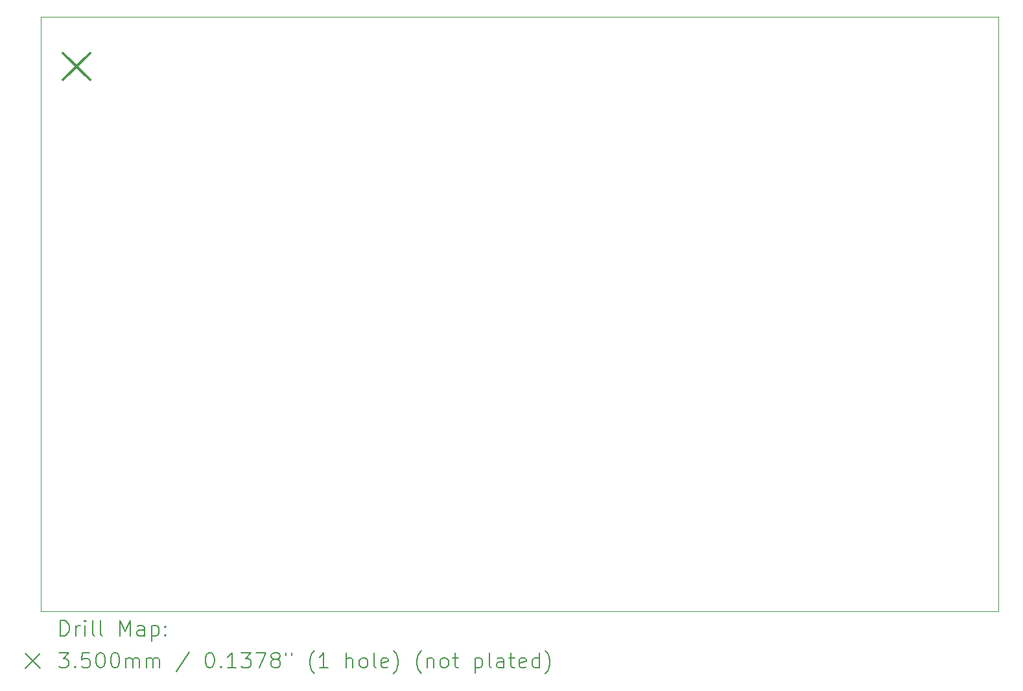
<source format=gbr>
%TF.GenerationSoftware,KiCad,Pcbnew,7.0.5*%
%TF.CreationDate,2023-07-03T18:55:41+02:00*%
%TF.ProjectId,Processor_Board,50726f63-6573-4736-9f72-5f426f617264,rev?*%
%TF.SameCoordinates,Original*%
%TF.FileFunction,Drillmap*%
%TF.FilePolarity,Positive*%
%FSLAX45Y45*%
G04 Gerber Fmt 4.5, Leading zero omitted, Abs format (unit mm)*
G04 Created by KiCad (PCBNEW 7.0.5) date 2023-07-03 18:55:41*
%MOMM*%
%LPD*%
G01*
G04 APERTURE LIST*
%ADD10C,0.100000*%
%ADD11C,0.200000*%
%ADD12C,0.350000*%
G04 APERTURE END LIST*
D10*
X2992000Y-3803800D02*
X15500000Y-3803800D01*
X15500000Y-11570800D01*
X2992000Y-11570800D01*
X2992000Y-3803800D01*
D11*
D12*
X3282000Y-4275000D02*
X3632000Y-4625000D01*
X3632000Y-4275000D02*
X3282000Y-4625000D01*
D11*
X3247777Y-11887284D02*
X3247777Y-11687284D01*
X3247777Y-11687284D02*
X3295396Y-11687284D01*
X3295396Y-11687284D02*
X3323967Y-11696808D01*
X3323967Y-11696808D02*
X3343015Y-11715855D01*
X3343015Y-11715855D02*
X3352539Y-11734903D01*
X3352539Y-11734903D02*
X3362062Y-11772998D01*
X3362062Y-11772998D02*
X3362062Y-11801569D01*
X3362062Y-11801569D02*
X3352539Y-11839665D01*
X3352539Y-11839665D02*
X3343015Y-11858712D01*
X3343015Y-11858712D02*
X3323967Y-11877760D01*
X3323967Y-11877760D02*
X3295396Y-11887284D01*
X3295396Y-11887284D02*
X3247777Y-11887284D01*
X3447777Y-11887284D02*
X3447777Y-11753950D01*
X3447777Y-11792046D02*
X3457301Y-11772998D01*
X3457301Y-11772998D02*
X3466824Y-11763474D01*
X3466824Y-11763474D02*
X3485872Y-11753950D01*
X3485872Y-11753950D02*
X3504920Y-11753950D01*
X3571586Y-11887284D02*
X3571586Y-11753950D01*
X3571586Y-11687284D02*
X3562062Y-11696808D01*
X3562062Y-11696808D02*
X3571586Y-11706331D01*
X3571586Y-11706331D02*
X3581110Y-11696808D01*
X3581110Y-11696808D02*
X3571586Y-11687284D01*
X3571586Y-11687284D02*
X3571586Y-11706331D01*
X3695396Y-11887284D02*
X3676348Y-11877760D01*
X3676348Y-11877760D02*
X3666824Y-11858712D01*
X3666824Y-11858712D02*
X3666824Y-11687284D01*
X3800158Y-11887284D02*
X3781110Y-11877760D01*
X3781110Y-11877760D02*
X3771586Y-11858712D01*
X3771586Y-11858712D02*
X3771586Y-11687284D01*
X4028729Y-11887284D02*
X4028729Y-11687284D01*
X4028729Y-11687284D02*
X4095396Y-11830141D01*
X4095396Y-11830141D02*
X4162062Y-11687284D01*
X4162062Y-11687284D02*
X4162062Y-11887284D01*
X4343015Y-11887284D02*
X4343015Y-11782522D01*
X4343015Y-11782522D02*
X4333491Y-11763474D01*
X4333491Y-11763474D02*
X4314444Y-11753950D01*
X4314444Y-11753950D02*
X4276348Y-11753950D01*
X4276348Y-11753950D02*
X4257301Y-11763474D01*
X4343015Y-11877760D02*
X4323967Y-11887284D01*
X4323967Y-11887284D02*
X4276348Y-11887284D01*
X4276348Y-11887284D02*
X4257301Y-11877760D01*
X4257301Y-11877760D02*
X4247777Y-11858712D01*
X4247777Y-11858712D02*
X4247777Y-11839665D01*
X4247777Y-11839665D02*
X4257301Y-11820617D01*
X4257301Y-11820617D02*
X4276348Y-11811093D01*
X4276348Y-11811093D02*
X4323967Y-11811093D01*
X4323967Y-11811093D02*
X4343015Y-11801569D01*
X4438253Y-11753950D02*
X4438253Y-11953950D01*
X4438253Y-11763474D02*
X4457301Y-11753950D01*
X4457301Y-11753950D02*
X4495396Y-11753950D01*
X4495396Y-11753950D02*
X4514444Y-11763474D01*
X4514444Y-11763474D02*
X4523967Y-11772998D01*
X4523967Y-11772998D02*
X4533491Y-11792046D01*
X4533491Y-11792046D02*
X4533491Y-11849188D01*
X4533491Y-11849188D02*
X4523967Y-11868236D01*
X4523967Y-11868236D02*
X4514444Y-11877760D01*
X4514444Y-11877760D02*
X4495396Y-11887284D01*
X4495396Y-11887284D02*
X4457301Y-11887284D01*
X4457301Y-11887284D02*
X4438253Y-11877760D01*
X4619205Y-11868236D02*
X4628729Y-11877760D01*
X4628729Y-11877760D02*
X4619205Y-11887284D01*
X4619205Y-11887284D02*
X4609682Y-11877760D01*
X4609682Y-11877760D02*
X4619205Y-11868236D01*
X4619205Y-11868236D02*
X4619205Y-11887284D01*
X4619205Y-11763474D02*
X4628729Y-11772998D01*
X4628729Y-11772998D02*
X4619205Y-11782522D01*
X4619205Y-11782522D02*
X4609682Y-11772998D01*
X4609682Y-11772998D02*
X4619205Y-11763474D01*
X4619205Y-11763474D02*
X4619205Y-11782522D01*
X2787000Y-12115800D02*
X2987000Y-12315800D01*
X2987000Y-12115800D02*
X2787000Y-12315800D01*
X3228729Y-12107284D02*
X3352539Y-12107284D01*
X3352539Y-12107284D02*
X3285872Y-12183474D01*
X3285872Y-12183474D02*
X3314443Y-12183474D01*
X3314443Y-12183474D02*
X3333491Y-12192998D01*
X3333491Y-12192998D02*
X3343015Y-12202522D01*
X3343015Y-12202522D02*
X3352539Y-12221569D01*
X3352539Y-12221569D02*
X3352539Y-12269188D01*
X3352539Y-12269188D02*
X3343015Y-12288236D01*
X3343015Y-12288236D02*
X3333491Y-12297760D01*
X3333491Y-12297760D02*
X3314443Y-12307284D01*
X3314443Y-12307284D02*
X3257301Y-12307284D01*
X3257301Y-12307284D02*
X3238253Y-12297760D01*
X3238253Y-12297760D02*
X3228729Y-12288236D01*
X3438253Y-12288236D02*
X3447777Y-12297760D01*
X3447777Y-12297760D02*
X3438253Y-12307284D01*
X3438253Y-12307284D02*
X3428729Y-12297760D01*
X3428729Y-12297760D02*
X3438253Y-12288236D01*
X3438253Y-12288236D02*
X3438253Y-12307284D01*
X3628729Y-12107284D02*
X3533491Y-12107284D01*
X3533491Y-12107284D02*
X3523967Y-12202522D01*
X3523967Y-12202522D02*
X3533491Y-12192998D01*
X3533491Y-12192998D02*
X3552539Y-12183474D01*
X3552539Y-12183474D02*
X3600158Y-12183474D01*
X3600158Y-12183474D02*
X3619205Y-12192998D01*
X3619205Y-12192998D02*
X3628729Y-12202522D01*
X3628729Y-12202522D02*
X3638253Y-12221569D01*
X3638253Y-12221569D02*
X3638253Y-12269188D01*
X3638253Y-12269188D02*
X3628729Y-12288236D01*
X3628729Y-12288236D02*
X3619205Y-12297760D01*
X3619205Y-12297760D02*
X3600158Y-12307284D01*
X3600158Y-12307284D02*
X3552539Y-12307284D01*
X3552539Y-12307284D02*
X3533491Y-12297760D01*
X3533491Y-12297760D02*
X3523967Y-12288236D01*
X3762062Y-12107284D02*
X3781110Y-12107284D01*
X3781110Y-12107284D02*
X3800158Y-12116808D01*
X3800158Y-12116808D02*
X3809682Y-12126331D01*
X3809682Y-12126331D02*
X3819205Y-12145379D01*
X3819205Y-12145379D02*
X3828729Y-12183474D01*
X3828729Y-12183474D02*
X3828729Y-12231093D01*
X3828729Y-12231093D02*
X3819205Y-12269188D01*
X3819205Y-12269188D02*
X3809682Y-12288236D01*
X3809682Y-12288236D02*
X3800158Y-12297760D01*
X3800158Y-12297760D02*
X3781110Y-12307284D01*
X3781110Y-12307284D02*
X3762062Y-12307284D01*
X3762062Y-12307284D02*
X3743015Y-12297760D01*
X3743015Y-12297760D02*
X3733491Y-12288236D01*
X3733491Y-12288236D02*
X3723967Y-12269188D01*
X3723967Y-12269188D02*
X3714443Y-12231093D01*
X3714443Y-12231093D02*
X3714443Y-12183474D01*
X3714443Y-12183474D02*
X3723967Y-12145379D01*
X3723967Y-12145379D02*
X3733491Y-12126331D01*
X3733491Y-12126331D02*
X3743015Y-12116808D01*
X3743015Y-12116808D02*
X3762062Y-12107284D01*
X3952539Y-12107284D02*
X3971586Y-12107284D01*
X3971586Y-12107284D02*
X3990634Y-12116808D01*
X3990634Y-12116808D02*
X4000158Y-12126331D01*
X4000158Y-12126331D02*
X4009682Y-12145379D01*
X4009682Y-12145379D02*
X4019205Y-12183474D01*
X4019205Y-12183474D02*
X4019205Y-12231093D01*
X4019205Y-12231093D02*
X4009682Y-12269188D01*
X4009682Y-12269188D02*
X4000158Y-12288236D01*
X4000158Y-12288236D02*
X3990634Y-12297760D01*
X3990634Y-12297760D02*
X3971586Y-12307284D01*
X3971586Y-12307284D02*
X3952539Y-12307284D01*
X3952539Y-12307284D02*
X3933491Y-12297760D01*
X3933491Y-12297760D02*
X3923967Y-12288236D01*
X3923967Y-12288236D02*
X3914443Y-12269188D01*
X3914443Y-12269188D02*
X3904920Y-12231093D01*
X3904920Y-12231093D02*
X3904920Y-12183474D01*
X3904920Y-12183474D02*
X3914443Y-12145379D01*
X3914443Y-12145379D02*
X3923967Y-12126331D01*
X3923967Y-12126331D02*
X3933491Y-12116808D01*
X3933491Y-12116808D02*
X3952539Y-12107284D01*
X4104920Y-12307284D02*
X4104920Y-12173950D01*
X4104920Y-12192998D02*
X4114443Y-12183474D01*
X4114443Y-12183474D02*
X4133491Y-12173950D01*
X4133491Y-12173950D02*
X4162063Y-12173950D01*
X4162063Y-12173950D02*
X4181110Y-12183474D01*
X4181110Y-12183474D02*
X4190634Y-12202522D01*
X4190634Y-12202522D02*
X4190634Y-12307284D01*
X4190634Y-12202522D02*
X4200158Y-12183474D01*
X4200158Y-12183474D02*
X4219205Y-12173950D01*
X4219205Y-12173950D02*
X4247777Y-12173950D01*
X4247777Y-12173950D02*
X4266825Y-12183474D01*
X4266825Y-12183474D02*
X4276348Y-12202522D01*
X4276348Y-12202522D02*
X4276348Y-12307284D01*
X4371586Y-12307284D02*
X4371586Y-12173950D01*
X4371586Y-12192998D02*
X4381110Y-12183474D01*
X4381110Y-12183474D02*
X4400158Y-12173950D01*
X4400158Y-12173950D02*
X4428729Y-12173950D01*
X4428729Y-12173950D02*
X4447777Y-12183474D01*
X4447777Y-12183474D02*
X4457301Y-12202522D01*
X4457301Y-12202522D02*
X4457301Y-12307284D01*
X4457301Y-12202522D02*
X4466825Y-12183474D01*
X4466825Y-12183474D02*
X4485872Y-12173950D01*
X4485872Y-12173950D02*
X4514444Y-12173950D01*
X4514444Y-12173950D02*
X4533491Y-12183474D01*
X4533491Y-12183474D02*
X4543015Y-12202522D01*
X4543015Y-12202522D02*
X4543015Y-12307284D01*
X4933491Y-12097760D02*
X4762063Y-12354903D01*
X5190634Y-12107284D02*
X5209682Y-12107284D01*
X5209682Y-12107284D02*
X5228729Y-12116808D01*
X5228729Y-12116808D02*
X5238253Y-12126331D01*
X5238253Y-12126331D02*
X5247777Y-12145379D01*
X5247777Y-12145379D02*
X5257301Y-12183474D01*
X5257301Y-12183474D02*
X5257301Y-12231093D01*
X5257301Y-12231093D02*
X5247777Y-12269188D01*
X5247777Y-12269188D02*
X5238253Y-12288236D01*
X5238253Y-12288236D02*
X5228729Y-12297760D01*
X5228729Y-12297760D02*
X5209682Y-12307284D01*
X5209682Y-12307284D02*
X5190634Y-12307284D01*
X5190634Y-12307284D02*
X5171587Y-12297760D01*
X5171587Y-12297760D02*
X5162063Y-12288236D01*
X5162063Y-12288236D02*
X5152539Y-12269188D01*
X5152539Y-12269188D02*
X5143015Y-12231093D01*
X5143015Y-12231093D02*
X5143015Y-12183474D01*
X5143015Y-12183474D02*
X5152539Y-12145379D01*
X5152539Y-12145379D02*
X5162063Y-12126331D01*
X5162063Y-12126331D02*
X5171587Y-12116808D01*
X5171587Y-12116808D02*
X5190634Y-12107284D01*
X5343015Y-12288236D02*
X5352539Y-12297760D01*
X5352539Y-12297760D02*
X5343015Y-12307284D01*
X5343015Y-12307284D02*
X5333491Y-12297760D01*
X5333491Y-12297760D02*
X5343015Y-12288236D01*
X5343015Y-12288236D02*
X5343015Y-12307284D01*
X5543015Y-12307284D02*
X5428729Y-12307284D01*
X5485872Y-12307284D02*
X5485872Y-12107284D01*
X5485872Y-12107284D02*
X5466825Y-12135855D01*
X5466825Y-12135855D02*
X5447777Y-12154903D01*
X5447777Y-12154903D02*
X5428729Y-12164427D01*
X5609682Y-12107284D02*
X5733491Y-12107284D01*
X5733491Y-12107284D02*
X5666825Y-12183474D01*
X5666825Y-12183474D02*
X5695396Y-12183474D01*
X5695396Y-12183474D02*
X5714444Y-12192998D01*
X5714444Y-12192998D02*
X5723967Y-12202522D01*
X5723967Y-12202522D02*
X5733491Y-12221569D01*
X5733491Y-12221569D02*
X5733491Y-12269188D01*
X5733491Y-12269188D02*
X5723967Y-12288236D01*
X5723967Y-12288236D02*
X5714444Y-12297760D01*
X5714444Y-12297760D02*
X5695396Y-12307284D01*
X5695396Y-12307284D02*
X5638253Y-12307284D01*
X5638253Y-12307284D02*
X5619206Y-12297760D01*
X5619206Y-12297760D02*
X5609682Y-12288236D01*
X5800158Y-12107284D02*
X5933491Y-12107284D01*
X5933491Y-12107284D02*
X5847777Y-12307284D01*
X6038253Y-12192998D02*
X6019206Y-12183474D01*
X6019206Y-12183474D02*
X6009682Y-12173950D01*
X6009682Y-12173950D02*
X6000158Y-12154903D01*
X6000158Y-12154903D02*
X6000158Y-12145379D01*
X6000158Y-12145379D02*
X6009682Y-12126331D01*
X6009682Y-12126331D02*
X6019206Y-12116808D01*
X6019206Y-12116808D02*
X6038253Y-12107284D01*
X6038253Y-12107284D02*
X6076348Y-12107284D01*
X6076348Y-12107284D02*
X6095396Y-12116808D01*
X6095396Y-12116808D02*
X6104920Y-12126331D01*
X6104920Y-12126331D02*
X6114444Y-12145379D01*
X6114444Y-12145379D02*
X6114444Y-12154903D01*
X6114444Y-12154903D02*
X6104920Y-12173950D01*
X6104920Y-12173950D02*
X6095396Y-12183474D01*
X6095396Y-12183474D02*
X6076348Y-12192998D01*
X6076348Y-12192998D02*
X6038253Y-12192998D01*
X6038253Y-12192998D02*
X6019206Y-12202522D01*
X6019206Y-12202522D02*
X6009682Y-12212046D01*
X6009682Y-12212046D02*
X6000158Y-12231093D01*
X6000158Y-12231093D02*
X6000158Y-12269188D01*
X6000158Y-12269188D02*
X6009682Y-12288236D01*
X6009682Y-12288236D02*
X6019206Y-12297760D01*
X6019206Y-12297760D02*
X6038253Y-12307284D01*
X6038253Y-12307284D02*
X6076348Y-12307284D01*
X6076348Y-12307284D02*
X6095396Y-12297760D01*
X6095396Y-12297760D02*
X6104920Y-12288236D01*
X6104920Y-12288236D02*
X6114444Y-12269188D01*
X6114444Y-12269188D02*
X6114444Y-12231093D01*
X6114444Y-12231093D02*
X6104920Y-12212046D01*
X6104920Y-12212046D02*
X6095396Y-12202522D01*
X6095396Y-12202522D02*
X6076348Y-12192998D01*
X6190634Y-12107284D02*
X6190634Y-12145379D01*
X6266825Y-12107284D02*
X6266825Y-12145379D01*
X6562063Y-12383474D02*
X6552539Y-12373950D01*
X6552539Y-12373950D02*
X6533491Y-12345379D01*
X6533491Y-12345379D02*
X6523968Y-12326331D01*
X6523968Y-12326331D02*
X6514444Y-12297760D01*
X6514444Y-12297760D02*
X6504920Y-12250141D01*
X6504920Y-12250141D02*
X6504920Y-12212046D01*
X6504920Y-12212046D02*
X6514444Y-12164427D01*
X6514444Y-12164427D02*
X6523968Y-12135855D01*
X6523968Y-12135855D02*
X6533491Y-12116808D01*
X6533491Y-12116808D02*
X6552539Y-12088236D01*
X6552539Y-12088236D02*
X6562063Y-12078712D01*
X6743015Y-12307284D02*
X6628729Y-12307284D01*
X6685872Y-12307284D02*
X6685872Y-12107284D01*
X6685872Y-12107284D02*
X6666825Y-12135855D01*
X6666825Y-12135855D02*
X6647777Y-12154903D01*
X6647777Y-12154903D02*
X6628729Y-12164427D01*
X6981110Y-12307284D02*
X6981110Y-12107284D01*
X7066825Y-12307284D02*
X7066825Y-12202522D01*
X7066825Y-12202522D02*
X7057301Y-12183474D01*
X7057301Y-12183474D02*
X7038253Y-12173950D01*
X7038253Y-12173950D02*
X7009682Y-12173950D01*
X7009682Y-12173950D02*
X6990634Y-12183474D01*
X6990634Y-12183474D02*
X6981110Y-12192998D01*
X7190634Y-12307284D02*
X7171587Y-12297760D01*
X7171587Y-12297760D02*
X7162063Y-12288236D01*
X7162063Y-12288236D02*
X7152539Y-12269188D01*
X7152539Y-12269188D02*
X7152539Y-12212046D01*
X7152539Y-12212046D02*
X7162063Y-12192998D01*
X7162063Y-12192998D02*
X7171587Y-12183474D01*
X7171587Y-12183474D02*
X7190634Y-12173950D01*
X7190634Y-12173950D02*
X7219206Y-12173950D01*
X7219206Y-12173950D02*
X7238253Y-12183474D01*
X7238253Y-12183474D02*
X7247777Y-12192998D01*
X7247777Y-12192998D02*
X7257301Y-12212046D01*
X7257301Y-12212046D02*
X7257301Y-12269188D01*
X7257301Y-12269188D02*
X7247777Y-12288236D01*
X7247777Y-12288236D02*
X7238253Y-12297760D01*
X7238253Y-12297760D02*
X7219206Y-12307284D01*
X7219206Y-12307284D02*
X7190634Y-12307284D01*
X7371587Y-12307284D02*
X7352539Y-12297760D01*
X7352539Y-12297760D02*
X7343015Y-12278712D01*
X7343015Y-12278712D02*
X7343015Y-12107284D01*
X7523968Y-12297760D02*
X7504920Y-12307284D01*
X7504920Y-12307284D02*
X7466825Y-12307284D01*
X7466825Y-12307284D02*
X7447777Y-12297760D01*
X7447777Y-12297760D02*
X7438253Y-12278712D01*
X7438253Y-12278712D02*
X7438253Y-12202522D01*
X7438253Y-12202522D02*
X7447777Y-12183474D01*
X7447777Y-12183474D02*
X7466825Y-12173950D01*
X7466825Y-12173950D02*
X7504920Y-12173950D01*
X7504920Y-12173950D02*
X7523968Y-12183474D01*
X7523968Y-12183474D02*
X7533491Y-12202522D01*
X7533491Y-12202522D02*
X7533491Y-12221569D01*
X7533491Y-12221569D02*
X7438253Y-12240617D01*
X7600158Y-12383474D02*
X7609682Y-12373950D01*
X7609682Y-12373950D02*
X7628730Y-12345379D01*
X7628730Y-12345379D02*
X7638253Y-12326331D01*
X7638253Y-12326331D02*
X7647777Y-12297760D01*
X7647777Y-12297760D02*
X7657301Y-12250141D01*
X7657301Y-12250141D02*
X7657301Y-12212046D01*
X7657301Y-12212046D02*
X7647777Y-12164427D01*
X7647777Y-12164427D02*
X7638253Y-12135855D01*
X7638253Y-12135855D02*
X7628730Y-12116808D01*
X7628730Y-12116808D02*
X7609682Y-12088236D01*
X7609682Y-12088236D02*
X7600158Y-12078712D01*
X7962063Y-12383474D02*
X7952539Y-12373950D01*
X7952539Y-12373950D02*
X7933491Y-12345379D01*
X7933491Y-12345379D02*
X7923968Y-12326331D01*
X7923968Y-12326331D02*
X7914444Y-12297760D01*
X7914444Y-12297760D02*
X7904920Y-12250141D01*
X7904920Y-12250141D02*
X7904920Y-12212046D01*
X7904920Y-12212046D02*
X7914444Y-12164427D01*
X7914444Y-12164427D02*
X7923968Y-12135855D01*
X7923968Y-12135855D02*
X7933491Y-12116808D01*
X7933491Y-12116808D02*
X7952539Y-12088236D01*
X7952539Y-12088236D02*
X7962063Y-12078712D01*
X8038253Y-12173950D02*
X8038253Y-12307284D01*
X8038253Y-12192998D02*
X8047777Y-12183474D01*
X8047777Y-12183474D02*
X8066825Y-12173950D01*
X8066825Y-12173950D02*
X8095396Y-12173950D01*
X8095396Y-12173950D02*
X8114444Y-12183474D01*
X8114444Y-12183474D02*
X8123968Y-12202522D01*
X8123968Y-12202522D02*
X8123968Y-12307284D01*
X8247777Y-12307284D02*
X8228730Y-12297760D01*
X8228730Y-12297760D02*
X8219206Y-12288236D01*
X8219206Y-12288236D02*
X8209682Y-12269188D01*
X8209682Y-12269188D02*
X8209682Y-12212046D01*
X8209682Y-12212046D02*
X8219206Y-12192998D01*
X8219206Y-12192998D02*
X8228730Y-12183474D01*
X8228730Y-12183474D02*
X8247777Y-12173950D01*
X8247777Y-12173950D02*
X8276349Y-12173950D01*
X8276349Y-12173950D02*
X8295396Y-12183474D01*
X8295396Y-12183474D02*
X8304920Y-12192998D01*
X8304920Y-12192998D02*
X8314444Y-12212046D01*
X8314444Y-12212046D02*
X8314444Y-12269188D01*
X8314444Y-12269188D02*
X8304920Y-12288236D01*
X8304920Y-12288236D02*
X8295396Y-12297760D01*
X8295396Y-12297760D02*
X8276349Y-12307284D01*
X8276349Y-12307284D02*
X8247777Y-12307284D01*
X8371587Y-12173950D02*
X8447777Y-12173950D01*
X8400158Y-12107284D02*
X8400158Y-12278712D01*
X8400158Y-12278712D02*
X8409682Y-12297760D01*
X8409682Y-12297760D02*
X8428730Y-12307284D01*
X8428730Y-12307284D02*
X8447777Y-12307284D01*
X8666825Y-12173950D02*
X8666825Y-12373950D01*
X8666825Y-12183474D02*
X8685873Y-12173950D01*
X8685873Y-12173950D02*
X8723968Y-12173950D01*
X8723968Y-12173950D02*
X8743015Y-12183474D01*
X8743015Y-12183474D02*
X8752539Y-12192998D01*
X8752539Y-12192998D02*
X8762063Y-12212046D01*
X8762063Y-12212046D02*
X8762063Y-12269188D01*
X8762063Y-12269188D02*
X8752539Y-12288236D01*
X8752539Y-12288236D02*
X8743015Y-12297760D01*
X8743015Y-12297760D02*
X8723968Y-12307284D01*
X8723968Y-12307284D02*
X8685873Y-12307284D01*
X8685873Y-12307284D02*
X8666825Y-12297760D01*
X8876349Y-12307284D02*
X8857301Y-12297760D01*
X8857301Y-12297760D02*
X8847777Y-12278712D01*
X8847777Y-12278712D02*
X8847777Y-12107284D01*
X9038254Y-12307284D02*
X9038254Y-12202522D01*
X9038254Y-12202522D02*
X9028730Y-12183474D01*
X9028730Y-12183474D02*
X9009682Y-12173950D01*
X9009682Y-12173950D02*
X8971587Y-12173950D01*
X8971587Y-12173950D02*
X8952539Y-12183474D01*
X9038254Y-12297760D02*
X9019206Y-12307284D01*
X9019206Y-12307284D02*
X8971587Y-12307284D01*
X8971587Y-12307284D02*
X8952539Y-12297760D01*
X8952539Y-12297760D02*
X8943015Y-12278712D01*
X8943015Y-12278712D02*
X8943015Y-12259665D01*
X8943015Y-12259665D02*
X8952539Y-12240617D01*
X8952539Y-12240617D02*
X8971587Y-12231093D01*
X8971587Y-12231093D02*
X9019206Y-12231093D01*
X9019206Y-12231093D02*
X9038254Y-12221569D01*
X9104920Y-12173950D02*
X9181111Y-12173950D01*
X9133492Y-12107284D02*
X9133492Y-12278712D01*
X9133492Y-12278712D02*
X9143015Y-12297760D01*
X9143015Y-12297760D02*
X9162063Y-12307284D01*
X9162063Y-12307284D02*
X9181111Y-12307284D01*
X9323968Y-12297760D02*
X9304920Y-12307284D01*
X9304920Y-12307284D02*
X9266825Y-12307284D01*
X9266825Y-12307284D02*
X9247777Y-12297760D01*
X9247777Y-12297760D02*
X9238254Y-12278712D01*
X9238254Y-12278712D02*
X9238254Y-12202522D01*
X9238254Y-12202522D02*
X9247777Y-12183474D01*
X9247777Y-12183474D02*
X9266825Y-12173950D01*
X9266825Y-12173950D02*
X9304920Y-12173950D01*
X9304920Y-12173950D02*
X9323968Y-12183474D01*
X9323968Y-12183474D02*
X9333492Y-12202522D01*
X9333492Y-12202522D02*
X9333492Y-12221569D01*
X9333492Y-12221569D02*
X9238254Y-12240617D01*
X9504920Y-12307284D02*
X9504920Y-12107284D01*
X9504920Y-12297760D02*
X9485873Y-12307284D01*
X9485873Y-12307284D02*
X9447777Y-12307284D01*
X9447777Y-12307284D02*
X9428730Y-12297760D01*
X9428730Y-12297760D02*
X9419206Y-12288236D01*
X9419206Y-12288236D02*
X9409682Y-12269188D01*
X9409682Y-12269188D02*
X9409682Y-12212046D01*
X9409682Y-12212046D02*
X9419206Y-12192998D01*
X9419206Y-12192998D02*
X9428730Y-12183474D01*
X9428730Y-12183474D02*
X9447777Y-12173950D01*
X9447777Y-12173950D02*
X9485873Y-12173950D01*
X9485873Y-12173950D02*
X9504920Y-12183474D01*
X9581111Y-12383474D02*
X9590635Y-12373950D01*
X9590635Y-12373950D02*
X9609682Y-12345379D01*
X9609682Y-12345379D02*
X9619206Y-12326331D01*
X9619206Y-12326331D02*
X9628730Y-12297760D01*
X9628730Y-12297760D02*
X9638254Y-12250141D01*
X9638254Y-12250141D02*
X9638254Y-12212046D01*
X9638254Y-12212046D02*
X9628730Y-12164427D01*
X9628730Y-12164427D02*
X9619206Y-12135855D01*
X9619206Y-12135855D02*
X9609682Y-12116808D01*
X9609682Y-12116808D02*
X9590635Y-12088236D01*
X9590635Y-12088236D02*
X9581111Y-12078712D01*
M02*

</source>
